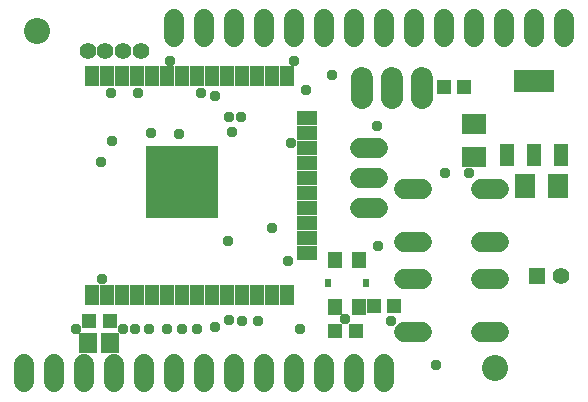
<source format=gbr>
G04 EAGLE Gerber RS-274X export*
G75*
%MOMM*%
%FSLAX34Y34*%
%LPD*%
%INSoldermask Top*%
%IPPOS*%
%AMOC8*
5,1,8,0,0,1.08239X$1,22.5*%
G01*
%ADD10C,2.203200*%
%ADD11R,1.253200X1.283200*%
%ADD12R,1.503200X1.703200*%
%ADD13R,1.803200X2.003200*%
%ADD14R,2.003200X1.803200*%
%ADD15R,1.153200X1.953200*%
%ADD16R,3.403200X1.953200*%
%ADD17R,1.411200X1.411200*%
%ADD18C,1.411200*%
%ADD19R,1.203200X1.703200*%
%ADD20R,1.703200X1.203200*%
%ADD21R,6.203200X6.203200*%
%ADD22C,1.727200*%
%ADD23R,1.203200X1.303200*%
%ADD24R,1.203200X1.453200*%
%ADD25R,0.603200X0.803200*%
%ADD26C,1.853200*%
%ADD27C,0.959600*%


D10*
X418000Y30000D03*
X30000Y315000D03*
D11*
X91300Y69850D03*
X73800Y69850D03*
D12*
X92050Y50800D03*
X73050Y50800D03*
D13*
X471200Y184150D03*
X443200Y184150D03*
D14*
X400050Y236250D03*
X400050Y208250D03*
D15*
X427850Y209800D03*
X450850Y209800D03*
X473850Y209800D03*
D16*
X450850Y272800D03*
D17*
X453550Y107950D03*
D18*
X473550Y107950D03*
D19*
X76050Y91650D03*
X88750Y91650D03*
X101450Y91650D03*
X114150Y91650D03*
X126850Y91650D03*
X139550Y91650D03*
X152250Y91650D03*
X164950Y91650D03*
X177650Y91650D03*
X190350Y91650D03*
X203050Y91650D03*
X215750Y91650D03*
X228450Y91650D03*
X241150Y91650D03*
D20*
X258550Y127150D03*
X258550Y139850D03*
X258550Y152550D03*
X258550Y165250D03*
X258550Y177950D03*
X258550Y190650D03*
X258550Y203350D03*
X258550Y216050D03*
X258550Y228750D03*
X258550Y241450D03*
D19*
X241150Y276650D03*
X228450Y276650D03*
X215750Y276650D03*
X203050Y276650D03*
X190350Y276650D03*
X177650Y276650D03*
X164950Y276650D03*
X152250Y276650D03*
X139550Y276650D03*
X126850Y276650D03*
X114150Y276650D03*
X101450Y276650D03*
X88750Y276650D03*
X76050Y276650D03*
D21*
X153050Y187150D03*
D18*
X72750Y298450D03*
X87750Y298450D03*
X102750Y298450D03*
X117750Y298450D03*
D22*
X19050Y33020D02*
X19050Y17780D01*
X44450Y17780D02*
X44450Y33020D01*
X69850Y33020D02*
X69850Y17780D01*
X95250Y17780D02*
X95250Y33020D01*
X120650Y33020D02*
X120650Y17780D01*
X146050Y17780D02*
X146050Y33020D01*
X171450Y33020D02*
X171450Y17780D01*
X196850Y17780D02*
X196850Y33020D01*
X222250Y33020D02*
X222250Y17780D01*
X247650Y17780D02*
X247650Y33020D01*
X273050Y33020D02*
X273050Y17780D01*
X298450Y17780D02*
X298450Y33020D01*
X323850Y33020D02*
X323850Y17780D01*
D23*
X315350Y82550D03*
X332350Y82550D03*
D24*
X282100Y81600D03*
X282100Y121600D03*
X302100Y81600D03*
X302100Y121600D03*
D25*
X276100Y101600D03*
X308100Y101600D03*
D11*
X299834Y60960D03*
X282334Y60960D03*
D26*
X304800Y258450D02*
X304800Y274950D01*
X330200Y274950D02*
X330200Y258450D01*
X355600Y258450D02*
X355600Y274950D01*
D23*
X374532Y267716D03*
X391532Y267716D03*
D22*
X356108Y181356D02*
X340868Y181356D01*
X340868Y136144D02*
X356108Y136144D01*
X405892Y181356D02*
X421132Y181356D01*
X421132Y136144D02*
X405892Y136144D01*
X405892Y59944D02*
X421132Y59944D01*
X421132Y105156D02*
X405892Y105156D01*
X356108Y59944D02*
X340868Y59944D01*
X340868Y105156D02*
X356108Y105156D01*
X318770Y215900D02*
X303530Y215900D01*
X303530Y190500D02*
X318770Y190500D01*
X318770Y165100D02*
X303530Y165100D01*
X146050Y309880D02*
X146050Y325120D01*
X171450Y325120D02*
X171450Y309880D01*
X196850Y309880D02*
X196850Y325120D01*
X222250Y325120D02*
X222250Y309880D01*
X247650Y309880D02*
X247650Y325120D01*
X273050Y325120D02*
X273050Y309880D01*
X298450Y309880D02*
X298450Y325120D01*
X323850Y325120D02*
X323850Y309880D01*
X349250Y309880D02*
X349250Y325120D01*
X374650Y325120D02*
X374650Y309880D01*
X400050Y309880D02*
X400050Y325120D01*
X425450Y325120D02*
X425450Y309880D01*
X450850Y309880D02*
X450850Y325120D01*
X476250Y325120D02*
X476250Y309880D01*
D27*
X330000Y70000D03*
X62500Y62500D03*
X85000Y105000D03*
X395478Y194818D03*
X375412Y194818D03*
X115000Y262500D03*
X280000Y277500D03*
X245000Y220000D03*
X102500Y62500D03*
X291016Y71164D03*
X247500Y290000D03*
X112500Y62500D03*
X125000Y62500D03*
X140000Y62500D03*
X152500Y62500D03*
X165000Y62500D03*
X180214Y64492D03*
X192206Y70508D03*
X203690Y69746D03*
X216698Y69492D03*
X168476Y262246D03*
X257500Y265000D03*
X180468Y259746D03*
X192500Y242500D03*
X317500Y235000D03*
X202500Y242500D03*
X195000Y230000D03*
X92500Y262500D03*
X142500Y290000D03*
X252500Y62500D03*
X242500Y120000D03*
X83820Y204216D03*
X150368Y228346D03*
X126746Y228854D03*
X93726Y222250D03*
X318516Y133096D03*
X228854Y148590D03*
X191770Y137160D03*
X367284Y32512D03*
M02*

</source>
